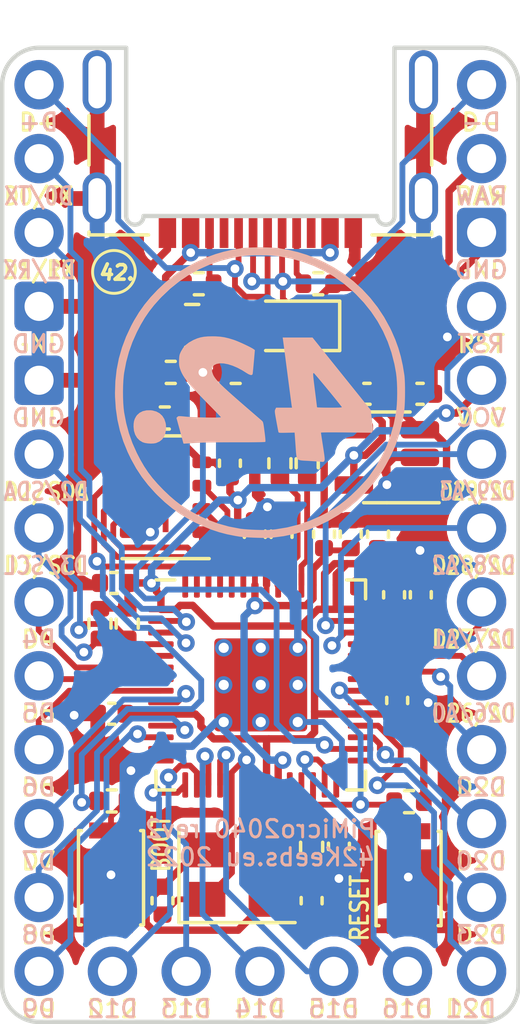
<source format=kicad_pcb>
(kicad_pcb (version 20211014) (generator pcbnew)
  (layers (0 "F.Cu" signal) (31 "B.Cu" signal) (34 "B.Paste" user) (35 "F.Paste" user) (36 "B.SilkS" user "B.Silkscreen") (37 "F.SilkS" user "F.Silkscreen") (38 "B.Mask" user) (39 "F.Mask" user) (44 "Edge.Cuts" user))
  (net 0 "")
  (net 1 "VBUS")
  (net 2 "+3V3")
  (net 3 "/XIN")
  (net 4 "Net-(C4-Pad1)")
  (net 5 "+1V1")
  (net 6 "GND")
  (net 7 "Net-(R1-Pad2)")
  (net 8 "Net-(R2-Pad2)")
  (net 9 "/USB_D-")
  (net 10 "/USB_D+")
  (net 11 "/XOUT")
  (net 12 "/QSPI_SS")
  (net 13 "/~{USB_BOOT}")
  (net 14 "/D2{slash}SDA")
  (net 15 "/D3{slash}SCL")
  (net 16 "/D4")
  (net 17 "/D5")
  (net 18 "/D6")
  (net 19 "/D7")
  (net 20 "/D8")
  (net 21 "/D9")
  (net 22 "/~{RESET}")
  (net 23 "/QSPI_SD3")
  (net 24 "/QSPI_SCLK")
  (net 25 "/QSPI_SD0")
  (net 26 "/QSPI_SD2")
  (net 27 "/QSPI_SD1")
  (net 34 "/D1{slash}RX")
  (net 35 "/D0{slash}TX")
  (net 38 "/D26{slash}A0")
  (net 39 "/D27{slash}A1")
  (net 40 "/D28{slash}A2")
  (net 41 "/D29{slash}A3")
  (net 42 "/D12")
  (net 43 "/D13")
  (net 44 "/D14")
  (net 45 "/D20")
  (net 46 "/D21")
  (net 47 "/D+")
  (net 48 "/D-")
  (net 49 "/D16")
  (net 50 "/D15")
  (net 53 "/D23")
  (net 54 "/D22")
  (net 56 "Net-(D1-Pad2)")
  (net 57 "/RAW")
  (net 58 "Net-(U1-Pad30)")
  (footprint "Resistor_SMD:R_0402_1005Metric" (layer "F.Cu") (at 127.9144 69.2658 -90)
    (fp_text reference "R3" hide)
    (fp_text value "27R" hide)
  )
  (footprint "Capacitor_SMD:C_0402_1005Metric" (layer "F.Cu") (at 130.906 73.787 90)
    (fp_text reference "C11" hide)
    (fp_text value "100n" hide)
  )
  (footprint "Capacitor_SMD:C_0402_1005Metric" (layer "F.Cu") (at 129.413 71.7042 90)
    (fp_text reference "C7" hide)
    (fp_text value "100n" hide)
  )
  (footprint "Capacitor_SMD:C_0402_1005Metric" (layer "F.Cu") (at 125.2524 69.2658 90)
    (fp_text reference "C5" hide)
    (fp_text value "100n" hide)
  )
  (footprint "Capacitor_SMD:C_0402_1005Metric" (layer "F.Cu") (at 121.1834 77.8764 180)
    (fp_text reference "C15" hide)
    (fp_text value "100n" hide)
  )
  (footprint "Resistor_SMD:R_0402_1005Metric" (layer "F.Cu") (at 120.7768 74.7776 90)
    (fp_text reference "R9" hide)
    (fp_text value "5.1k" hide)
  )
  (footprint "Capacitor_SMD:C_0402_1005Metric" (layer "F.Cu") (at 122.931 84.3026 90)
    (fp_text reference "C3" hide)
    (fp_text value "30p" hide)
  )
  (footprint "RP2040_minimal:RP2040-QFN-56" (layer "F.Cu") (at 126.3142 76.8858)
    (fp_text reference "U1" hide)
    (fp_text value "RP2040" hide)
  )
  (footprint "Resistor_SMD:R_0402_1005Metric" (layer "F.Cu") (at 126.9744 69.2658 -90)
    (fp_text reference "R4" hide)
    (fp_text value "27R" hide)
  )
  (footprint "42keebs:PinHeader_1x13_P2.54mm_Vertical_ProMicro-Right" (layer "F.Cu") (at 133.92 56.2522)
    (fp_text reference "J2" hide)
    (fp_text value "Right" hide)
  )
  (footprint "42keebs:PinHeader_1x13_P2.54mm_Vertical_ProMicro-Left" (layer "F.Cu") (at 118.68 56.2522)
    (fp_text reference "J1" hide)
    (fp_text value "Left" hide)
  )
  (footprint "Capacitor_SMD:C_0402_1005Metric" (layer "F.Cu") (at 129.9718 66.8782)
    (fp_text reference "C2" hide)
    (fp_text value "1u" hide)
  )
  (footprint "Resistor_SMD:R_0402_1005Metric" (layer "F.Cu") (at 124.1806 63.0936)
    (fp_text reference "R2" hide)
    (fp_text value "5.1K" hide)
  )
  (footprint "Capacitor_SMD:C_0402_1005Metric" (layer "F.Cu") (at 131.8006 66.8782)
    (fp_text reference "C1" hide)
    (fp_text value "1u" hide)
  )
  (footprint "Resistor_SMD:R_0402_1005Metric" (layer "F.Cu") (at 123.2154 66.1416 180)
    (fp_text reference "R11" hide)
    (fp_text value "5.1k" hide)
  )
  (footprint "42keebs:PinHeader_1x05_P2.54mm_Vertical_Plain" (layer "F.Cu") (at 121.207 86.7322 90)
    (fp_text reference "J3" hide)
    (fp_text value "Bottom" hide)
  )
  (footprint "Capacitor_SMD:C_0402_1005Metric" (layer "F.Cu") (at 121.2596 73.3806 180)
    (fp_text reference "C13" hide)
    (fp_text value "100n" hide)
  )
  (footprint "Resistor_SMD:R_0402_1005Metric" (layer "F.Cu") (at 125.4506 66.1416 180)
    (fp_text reference "R12" hide)
    (fp_text value "10k" hide)
  )
  (footprint "Capacitor_SMD:C_0402_1005Metric" (layer "F.Cu") (at 128.0668 84.3026 -90)
    (fp_text reference "C4" hide)
    (fp_text value "30p" hide)
  )
  (footprint "Diode_SMD:D_SOD-323F" (layer "F.Cu") (at 127.5334 64.5414 180)
    (fp_text reference "D1" hide)
    (fp_text value "1N5819WS" hide)
  )
  (footprint "Resistor_SMD:R_0402_1005Metric" (layer "F.Cu") (at 121.7168 74.7776 -90)
    (fp_text reference "R10" hide)
    (fp_text value "5.1k" hide)
  )
  (footprint "Capacitor_SMD:C_0402_1005Metric" (layer "F.Cu") (at 127.031 71.7042 90)
    (fp_text reference "C12" hide)
    (fp_text value "100n" hide)
  )
  (footprint "Resistor_SMD:R_0402_1005Metric" (layer "F.Cu") (at 131.4196 80.899 180)
    (fp_text reference "R8" hide)
    (fp_text value "10k" hide)
  )
  (footprint "Resistor_SMD:R_0402_1005Metric" (layer "F.Cu") (at 128.0668 82.4484 -90)
    (fp_text reference "R5" hide)
    (fp_text value "1k" hide)
  )
  (footprint "Resistor_SMD:R_0402_1005Metric" (layer "F.Cu") (at 121.1834 80.8736)
    (fp_text reference "R6" hide)
    (fp_text value "1k" hide)
  )
  (footprint "42keebs:USON-8_4x3mm_P0.8mm" (layer "F.Cu") (at 123.0376 70.4342)
    (fp_text reference "U2" hide)
    (fp_text value "W25Q32JWUUIQ" hide)
  )
  (footprint "Capacitor_SMD:C_0402_1005Metric" (layer "F.Cu") (at 128.493 71.7042 90)
    (fp_text reference "C6" hide)
    (fp_text value "1u" hide)
  )
  (footprint "Button_Switch_SMD:SW_SPST_CK_KXT3" (layer "F.Cu") (at 121.158 83.5139 -90)
    (fp_text reference "SW2" hide)
    (fp_text value "BOOT")
  )
  (footprint "Resistor_SMD:R_0402_1005Metric" (layer "F.Cu") (at 128.2954 63.0936 180)
    (fp_text reference "R1" hide)
    (fp_text value "5.1K" hide)
  )
  (footprint "Capacitor_SMD:C_0402_1005Metric" (layer "F.Cu") (at 131.0132 77.4192 90)
    (fp_text reference "C16" hide)
    (fp_text value "100n" hide)
  )
  (footprint "Capacitor_SMD:C_0402_1005Metric" (layer "F.Cu") (at 130.3528 71.7042 90)
    (fp_text reference "C9" hide)
    (fp_text value "1u" hide)
  )
  (footprint "Crystal:Crystal_SMD_3225-4Pin_3.2x2.5mm" (layer "F.Cu") (at 125.4964 83.406)
    (fp_text reference "Y1" hide)
    (fp_text value "X322512MSB4SI" hide)
  )
  (footprint "Capacitor_SMD:C_0402_1005Metric" (layer "F.Cu") (at 129.0066 82.435 -90)
    (fp_text reference "C8" hide)
    (fp_text value "100n" hide)
  )
  (footprint "Button_Switch_SMD:SW_SPST_CK_KXT3" (layer "F.Cu") (at 131.4042 83.5406 -90)
    (fp_text reference "SW1" hide)
    (fp_text value "RESET")
  )
  (footprint "Package_TO_SOT_SMD:SOT-23-5" (layer "F.Cu") (at 130.6576 69.0626 180)
    (fp_text reference "U3" hide)
    (fp_text value "TLV73333PDBVR" hide)
  )
  (footprint "Resistor_SMD:R_0402_1005Metric" (layer "F.Cu") (at 123.01 67.71 180)
    (fp_text reference "R7" hide)
    (fp_text value "10k" hide)
  )
  (footprint "Capacitor_SMD:C_0402_1005Metric" (layer "F.Cu") (at 131.826 73.787 90)
    (fp_text reference "C10" hide)
    (fp_text value "100n" hide)
  )
  (footprint "Capacitor_SMD:C_0402_1005Metric" (layer "F.Cu") (at 126.111 71.7042 90)
    (fp_text reference "C14" hide)
    (fp_text value "100n" hide)
  )
  (footprint "42keebs:Molex-216990_GCT-USB45xx_HRO-TYPE-C-31-M-13x-PiMicro" (layer "F.Cu") (at 126.3 54.982 180)
    (fp_text reference "USB1" hide)
    (fp_text value "HRO-TYPE-C-31-M-13" hide)
    (fp_line (start -4.02 -5.783) (end 4.02 -5.783) (layer "Edge.Cuts") (width 0.15))
    (fp_line (start 4.62 0) (end 7.62 0) (layer "Edge.Cuts") (width 0.15))
    (fp_line (start 4.62 -5.783) (end 4.62 0) (layer "Edge.Cuts") (width 0.15))
    (fp_line (start -7.62 0) (end -4.62 0) (layer "Edge.Cuts") (width 0.15))
    (fp_line (start -4.62 0) (end -4.62 -5.783) (layer "Edge.Cuts") (width 0.15))
    (fp_arc (start 4.02 -5.783) (mid 4.32 -6.083) (end 4.62 -5.783) (layer "Edge.Cuts") (width 0.15))
    (fp_arc (start -4.62 -5.783) (mid -4.32 -6.083) (end -4.02 -5.783) (layer "Edge.Cuts") (width 0.15))
  )
  (footprint "Resistor_SMD:R_0805_2012Metric" (layer "F.Cu") (at 123.952 64.5414)
    (fp_text reference "F1" hide)
    (fp_text value "350 mA" hide)
  )
  (footprint "42keebs:42Keebs-icon-10mm-SilkS" (layer "B.Cu") (at 126.3 66.8274 180)
    (fp_text reference "LOGO1" hide)
    (fp_text value "42. Keebs Logo" hide)
  )
  (gr_circle (center 121.2596 62.6872) (end 121.9962 62.6872) (layer "F.SilkS") (width 0.1) (fill none))
  (gr_arc (start 135.19 87.2) (mid 134.818026 88.098026) (end 133.92 88.47) (layer "Edge.Cuts") (width 0.15))
  (gr_arc (start 118.68 88.47) (mid 117.781974 88.098026) (end 117.41 87.2) (layer "Edge.Cuts") (width 0.15))
  (gr_arc (start 117.41 56.2525) (mid 117.781944 55.354298) (end 118.68 54.982) (layer "Edge.Cuts") (width 0.15))
  (gr_line (start 117.41 56.2525) (end 117.41 87.2) (layer "Edge.Cuts") (width 0.15))
  (gr_line (start 135.19 87.2) (end 135.19 56.2525) (layer "Edge.Cuts") (width 0.15))
  (gr_arc (start 133.92 54.982) (mid 134.818055 55.354298) (end 135.19 56.2525) (layer "Edge.Cuts") (width 0.15))
  (gr_line (start 118.68 88.47) (end 133.92 88.47) (layer "Edge.Cuts") (width 0.15))
  (gr_text "D27/A1" (at 133.646473 75.318341) (layer "B.SilkS") (effects (font (size 0.6 0.5) (thickness 0.1)) (justify mirror)))
  (gr_text "GND" (at 118.664365 67.699406) (layer "B.SilkS") (effects (font (size 0.6 0.6) (thickness 0.1)) (justify mirror)))
  (gr_text "D6" (at 118.664365 80.402767) (layer "B.SilkS") (effects (font (size 0.6 0.6) (thickness 0.1)) (justify mirror)))
  (gr_text "D29/A3" (at 133.775894 70.224671) (layer "B.SilkS") (effects (font (size 0.6 0.45) (thickness 0.1)) (justify mirror)))
  (gr_text "D7" (at 118.664365 82.94498) (layer "B.SilkS") (effects (font (size 0.6 0.6) (thickness 0.1)) (justify mirror)))
  (gr_text "D5" (at 118.664365 77.860554) (layer "B.SilkS") (effects (font (size 0.6 0.6) (thickness 0.1)) (justify mirror)))
  (gr_text "GND" (at 133.906992 62.619303) (layer "B.SilkS") (effects (font (size 0.6 0.6) (thickness 0.1)) (justify mirror)))
  (gr_text "D1/RX" (at 118.690044 62.622684) (layer "B.SilkS") (effects (font (size 0.6 0.5) (thickness 0.1)) (justify mirror)))
  (gr_text "D16" (at 131.360022 88.021702) (layer "B.SilkS") (effects (font (size 0.6 0.6) (thickness 0.1)) (justify mirror)))
  (gr_text "D22" (at 133.905316 80.402767) (layer "B.SilkS") (effects (font (size 0.6 0.6) (thickness 0.1)) (justify mirror)))
  (gr_text "D23" (at 133.902235 85.479489) (layer "B.SilkS") (effects (font (size 0.6 0.6) (thickness 0.1)) (justify mirror)))
  (gr_text "D0/TX" (at 118.667 60.085) (layer "B.SilkS") (effects (font (size 0.6 0.5) (thickness 0.1)) (justify mirror)))
  (gr_text "D26/A0" (at 133.646473 77.860554) (layer "B.SilkS") (effects (font (size 0.6 0.5) (thickness 0.1)) (justify mirror)))
  (gr_text "RST" (at 133.906992 65.161516) (layer "B.SilkS") (effects (font (size 0.6 0.6) (thickness 0.1)) (justify mirror)))
  (gr_text "D12" (at 121.206578 88.021702) (layer "B.SilkS") (effects (font (size 0.6 0.6) (thickness 0.1)) (justify mirror)))
  (gr_text "D-" (at 133.906992 57.541297) (layer "B.SilkS") (effects (font (size 0.6 0.6) (thickness 0.1)) (justify mirror)))
  (gr_text "PiMicro2040 rev2\n42Keebs.eu 2022" (at 126.3 82.3214) (layer "B.SilkS") (effects (font (size 0.6 0.6) (thickness 0.1)) (justify mirror)))
  (gr_text "VCC" (at 133.905316 67.700947) (layer "B.SilkS") (effects (font (size 0.6 0.6) (thickness 0.1)) (justify mirror)))
  (gr_text "D4" (at 118.664365 75.318341) (layer "B.SilkS") (effects (font (size 0.6 0.6) (thickness 0.1)) (justify mirror)))
  (gr_text "D20" (at 133.902235 82.94498) (layer "B.SilkS") (effects (font (size 0.6 0.6) (thickness 0.1)) (justify mirror)))
  (gr_text "D28/A2" (at 133.646473 72.776128) (layer "B.SilkS") (effects (font (size 0.6 0.5) (thickness 0.1)) (justify mirror)))
  (gr_text "D15" (at 128.825513 88.021702) (layer "B.SilkS") (effects (font (size 0.6 0.6) (thickness 0.1)) (justify mirror)))
  (gr_text "D3/SCL" (at 118.9228 72.785) (layer "B.SilkS") (effects (font (size 0.6 0.5) (thickness 0.1)) (justify mirror)))
  (gr_text "D13" (at 123.741087 88.021702) (layer "B.SilkS") (effects (font (size 0.6 0.6) (thickness 0.1)) (justify mirror)))
  (gr_text "D+" (at 118.664365 57.544678) (layer "B.SilkS") (effects (font (size 0.6 0.6) (thickness 0.1)) (justify mirror)))
  (gr_text "D8" (at 118.664365 85.479489) (layer "B.SilkS") (effects (font (size 0.6 0.6) (thickness 0.1)) (justify mirror)))
  (gr_text "RAW" (at 133.906992 60.083509) (layer "B.SilkS") (effects (font (size 0.6 0.6) (thickness 0.1)) (justify mirror)))
  (gr_text "D2/SDA" (at 118.918586 70.241619) (layer "B.SilkS") (effects (font (size 0.6 0.5) (thickness 0.1)) (justify mirror)))
  (gr_text "D9" (at 118.664365 88.021702) (layer "B.SilkS") (effects (font (size 0.6 0.6) (thickness 0.1)) (justify mirror)))
  (gr_text "GND" (at 118.664365 65.164897) (layer "B.SilkS") (effects (font (size 0.6 0.6) (thickness 0.1)) (justify mirror)))
  (gr_text "D14" (at 126.2833 88.021702) (layer "B.SilkS") (effects (font (size 0.6 0.6) (thickness 0.1)) (justify mirror)))
  (gr_text "D21" (at 133.547866 88.021702) (layer "B.SilkS") (effects (font (size 0.6 0.6) (thickness 0.1)) (justify mirror)))
  (gr_text "D13" (at 123.747 88.025) (layer "F.SilkS") (effects (font (size 0.6 0.6) (thickness 0.1))))
  (gr_text "D9" (at 118.667 88.025) (layer "F.SilkS") (effects (font (size 0.6 0.6) (thickness 0.1))))
  (gr_text "D-" (at 133.907 57.545) (layer "F.SilkS") (effects (font (size 0.6 0.6) (thickness 0.1))))
  (gr_text "D23" (at 133.907 85.485) (layer "F.SilkS") (effects (font (size 0.6 0.6) (thickness 0.1))))
  (gr_text "D28/A2" (at 133.6548 72.785) (layer "F.SilkS") (effects (font (size 0.6 0.5) (thickness 0.1))))
  (gr_text "D6" (at 118.667 80.405) (layer "F.SilkS") (effects (font (size 0.6 0.6) (thickness 0.1))))
  (gr_text "GND" (at 118.667 65.165) (layer "F.SilkS") (effects (font (size 0.6 0.6) (thickness 0.1))))
  (gr_text "D0/TX" (at 118.667 60.085) (layer "F.SilkS") (effects (font (size 0.6 0.5) (thickness 0.1))))
  (gr_text "RST" (at 133.907 65.165) (layer "F.SilkS") (effects (font (size 0.6 0.6) (thickness 0.1))))
  (gr_text "D20" (at 133.907 82.945) (layer "F.SilkS") (effects (font (size 0.6 0.6) (thickness 0.1))))
  (gr_text "42. " (at 121.539 62.7126) (layer "F.SilkS") (effects (font (size 0.5 0.5) (thickness 0.125) italic)))
  (gr_text "D12" (at 121.207 88.025) (layer "F.SilkS") (effects (font (size 0.6 0.6) (thickness 0.1))))
  (gr_text "D4" (at 118.667 75.325) (layer "F.SilkS") (effects (font (size 0.6 0.6) (thickness 0.1))))
  (gr_text "D3/SCL" (at 118.9228 72.785) (layer "F.SilkS") (effects (font (size 0.6 0.5) (thickness 0.1))))
  (gr_text "D15" (at 128.827 88.025) (layer "F.SilkS") (effects (font (size 0.6 0.6) (thickness 0.1))))
  (gr_text "D8" (at 118.667 85.485) (layer "F.SilkS") (effects (font (size 0.6 0.6) (thickness 0.1))))
  (gr_text "D+" (at 118.667 57.545) (layer "F.SilkS") (effects (font (size 0.6 0.6) (thickness 0.1))))
  (gr_text "RAW" (at 133.907 60.085) (layer "F.SilkS") (effects (font (size 0.6 0.6) (thickness 0.1))))
  (gr_text "D27/A1" (at 133.6548 75.325) (layer "F.SilkS") (effects (font (size 0.6 0.5) (thickness 0.1))))
  (gr_text "D1/RX" (at 118.6942 62.625) (layer "F.SilkS") (effects (font (size 0.6 0.5) (thickness 0.1))))
  (gr_text "D22" (at 133.907 80.405) (layer "F.SilkS") (effects (font (size 0.6 0.6) (thickness 0.1))))
  (gr_text "D26/A0" (at 133.6548 77.865) (layer "F.SilkS") (effects (font (size 0.6 0.5) (thickness 0.1))))
  (gr_text "D14" (at 126.287 88.025) (layer "F.SilkS") (effects (font (size 0.6 0.6) (thickness 0.1))))
  (gr_text "D5" (at 118.667 77.865) (layer "F.SilkS") (effects (font (size 0.6 0.6) (thickness 0.1))))
  (gr_text "D29/A3" (at 133.7818 70.231) (layer "F.SilkS") (effects (font (size 0.6 0.45) (thickness 0.1))))
  (gr_text "GND" (at 118.667 67.705) (layer "F.SilkS") (effects (font (size 0.6 0.6) (thickness 0.1))))
  (gr_text "VCC" (at 133.907 67.705) (layer "F.SilkS") (effects (font (size 0.6 0.6) (thickness 0.1))))
  (gr_text "D2/SDA" (at 118.9228 70.245) (layer "F.SilkS") (effects (font (size 0.6 0.5) (thickness 0.1))))
  (gr_text "D7" (at 118.667 82.945) (layer "F.SilkS") (effects (font (size 0.6 0.6) (thickness 0.1))))
  (gr_text "D16" (at 131.367 88.025) (layer "F.SilkS") (effects (font (size 0.6 0.6) (thickness 0.1))))
  (gr_text "D21" (at 133.5532 88.025) (layer "F.SilkS") (effects (font (size 0.6 0.6) (thickness 0.1))))
  (gr_text "GND" (at 133.907 62.625) (layer "F.SilkS") (effects (font (size 0.6 0.6) (thickness 0.1))))
  (segment (start 128.7 62.025) (end 128.7 61.465) (width 0.254) (layer "F.Cu") (net 1))
  (segment (start 123.0395 65.8075) (end 122.7054 66.1416) (width 0.254) (layer "F.Cu") (net 1))
  (segment (start 123.383 62.5196) (end 123.374471 62.5196) (width 0.254) (layer "F.Cu") (net 1))
  (segment (start 123.9 62.0256) (end 123.9 61.465) (width 0.254) (layer "F.Cu") (net 1))
  (segment (start 123.9012 62.0268) (end 123.9 62.0256) (width 0.254) (layer "F.Cu") (net 1))
  (segment (start 128.7018 62.0268) (end 128.7 62.025) (width 0.254) (layer "F.Cu") (net 1))
  (segment (start 123.9012 62.0268) (end 123.8758 62.0268) (width 0.254) (layer "F.Cu") (net 1))
  (segment (start 123.8758 62.0268) (end 123.383 62.5196) (width 0.254) (layer "F.Cu") (net 1))
  (segment (start 123.0395 64.5414) (end 123.0395 65.8075) (width 0.254) (layer "F.Cu") (net 1))
  (segment (start 123.0395 62.854571) (end 123.0395 64.5414) (width 0.254) (layer "F.Cu") (net 1))
  (segment (start 123.374471 62.5196) (end 123.0395 62.854571) (width 0.254) (layer "F.Cu") (net 1))
  (via (at 123.9012 62.0268) (size 0.6) (drill 0.3) (layers "F.Cu" "B.Cu") (net 1))
  (via (at 128.7018 62.0268) (size 0.6) (drill 0.3) (layers "F.Cu" "B.Cu") (net 1))
  (segment (start 128.7018 62.0268) (end 123.9012 62.0268) (width 0.254) (layer "B.Cu") (net 1))
  (segment (start 128.8634 74.2858) (end 129.7517 74.2858) (width 0.254) (layer "F.Cu") (net 2))
  (segment (start 129.7517 74.2858) (end 130.8928 74.2858) (width 0.254) (layer "F.Cu") (net 2))
  (segment (start 126.5938 78.7398) (end 127.935057 78.7398) (width 0.254) (layer "F.Cu") (net 2))
  (segment (start 124.693343 78.7398) (end 126.5938 78.7398) (width 0.254) (layer "F.Cu") (net 2))
  (segment (start 128.9142 73.4483) (end 128.9142 73.088) (width 0.254) (layer "F.Cu") (net 2))
  (segment (start 129.519542 66.8782) (end 130.4976 67.856258) (width 0.254) (layer "F.Cu") (net 2))
  (segment (start 124.681396 74.861396) (end 123.97 74.15) (width 0.254) (layer "F.Cu") (net 2))
  (segment (start 126.5137 78.8199) (end 126.5938 78.7398) (width 0.254) (layer "F.Cu") (net 2))
  (segment (start 124.7408 69.2342) (end 125.2524 69.7458) (width 0.254) (layer "F.Cu") (net 2))
  (segment (start 126.5142 72.6128) (end 126.0856 72.1842) (width 0.254) (layer "F.Cu") (net 2))
  (segment (start 132.700502 67.540722) (end 133.068478 67.540722) (width 0.254) (layer "F.Cu") (net 2))
  (segment (start 128.9142 74.235) (end 128.8634 74.2858) (width 0.2) (layer "F.Cu") (net 2))
  (segment (start 120.7768 74.2676) (end 121.7168 74.2676) (width 0.2) (layer "F.Cu") (net 2))
  (segment (start 124.252297 78.075097) (end 124.252297 78.298754) (width 0.254) (layer "F.Cu") (net 2))
  (segment (start 127.707341 74.861396) (end 124.681396 74.861396) (width 0.254) (layer "F.Cu") (net 2))
  (segment (start 128.8562 72.7182) (end 129.284 72.7182) (width 0.254) (layer "F.Cu") (net 2))
  (segment (start 124.2876 69.2342) (end 124.7408 69.2342) (width 0.254) (layer "F.Cu") (net 2))
  (segment (start 129.520684 68.992484) (end 129.5201 68.993068) (width 0.254) (layer "F.Cu") (net 2))
  (segment (start 129.8188 72.7182) (end 130.3528 72.1842) (width 0.254) (layer "F.Cu") (net 2))
  (segment (start 128.1682 78.506657) (end 128.1682 77.8) (width 0.254) (layer "F.Cu") (net 2))
  (segment (start 133.068478 67.540722) (end 133.907 66.7022) (width 0.254) (layer "F.Cu") (net 2))
  (segment (start 129.4918 66.8782) (end 129.519542 66.8782) (width 0.254) (layer "F.Cu") (net 2))
  (segment (start 127.707341 74.861396) (end 128.282937 74.2858) (width 0.254) (layer "F.Cu") (net 2))
  (segment (start 129.5201 68.993068) (end 129.5201 70.0126) (width 0.254) (layer "F.Cu") (net 2))
  (segment (start 128.282937 74.2858) (end 128.4824 74.2858) (width 0.254) (layer "F.Cu") (net 2))
  (segment (start 130.4976 67.856258) (end 130.4976 68.4098) (width 0.254) (layer "F.Cu") (net 2))
  (segment (start 126.5137 80.3228) (end 126.5137 78.8199) (width 0.254) (layer "F.Cu") (net 2))
  (segment (start 125.528828 70.530843) (end 125.2524 70.254415) (width 0.254) (layer "F.Cu") (net 2))
  (segment (start 130.9998 77.8858) (end 131.0132 77.8992) (width 0.254) (layer "F.Cu") (net 2))
  (segment (start 128.9142 73.088) (end 129.284 72.7182) (width 0.254) (layer "F.Cu") (net 2))
  (segment (start 126.9142 73.4483) (end 126.9142 72.6028) (width 0.254) (layer "F.Cu") (net 2))
  (segment (start 129.284 72.7182) (end 129.8188 72.7182) (width 0.254) (layer "F.Cu") (net 2))
  (segment (start 122.552447 73.389815) (end 122.722716 73.560084) (width 0.254) (layer "F.Cu") (net 2))
  (segment (start 130.8928 74.2858) (end 130.9116 74.267) (width 0.254) (layer "F.Cu") (net 2))
  (segment (start 129.7517 77.8858) (end 128.254 77.8858) (width 0.254) (layer "F.Cu") (net 2))
  (segment (start 126.0856 72.1842) (end 127 72.1842) (width 0.254) (layer "F.Cu") (net 2))
  (segment (start 131.9296 80.899) (end 131.9296 78.5496) (width 0.254) (layer "F.Cu") (net 2))
  (segment (start 128.5142 73.4483) (end 128.5142 73.0602) (width 0.254) (layer "F.Cu") (net 2))
  (segment (start 124.252297 78.298754) (end 124.693343 78.7398) (width 0.254) (layer "F.Cu") (net 2))
  (segment (start 127.935057 78.7398) (end 128.1682 78.506657) (width 0.254) (layer "F.Cu") (net 2))
  (segment (start 128.1682 75.264943) (end 127.764653 74.861396) (width 0.254) (layer "F.Cu") (net 2))
  (segment (start 128.9142 73.4483) (end 128.9142 74.235) (width 0.254) (layer "F.Cu") (net 2))
  (segment (start 123.5476 68.4942) (end 124.2876 69.2342) (width 0.254) (layer "F.Cu") (net 2))
  (segment (start 128.254 77.8858) (end 128.1682 77.8) (width 0.254) (layer "F.Cu") (net 2))
  (segment (start 123.4 74.29) (end 122.8809 74.29) (width 0.254) (layer "F.Cu") (net 2))
  (segment (start 130.4976 68.4098) (end 129.914916 68.992484) (width 0.254) (layer "F.Cu") (net 2))
  (segment (start 122.552447 73.389815) (end 122.543232 73.3806) (width 0.254) (layer "F.Cu") (net 2))
  (segment (start 129.7517 77.8858) (end 130.9998 77.8858) (width 0.254) (layer "F.Cu") (net 2))
  (segment (start 131.826 74.267) (end 130.9116 74.267) (width 0.254) (layer "F.Cu") (net 2))
  (segment (start 125.5206 71.6192) (end 126.0856 72.1842) (width 0.254) (layer "F.Cu") (net 2))
  (segment (start 128.5142 73.0602) (end 128.8562 72.7182) (width 0.254) (layer "F.Cu") (net 2))
  (segment (start 121.6728 77.8858) (end 121.6634 77.8764) (width 0.254) (layer "F.Cu") (net 2))
  (segment (start 126.9142 72.6028) (end 127 72.517) (width 0.254) (layer "F.Cu") (net 2))
  (segment (start 128.5142 74.254) (end 128.4824 74.2858) (width 0.254) (layer "F.Cu") (net 2))
  (segment (start 122.8767 73.830202) (end 122.8767 74.2858) (width 0.254) (layer "F.Cu") (net 2))
  (segment (start 127.764653 74.861396) (end 127.707341 74.861396) (width 0.254) (layer "F.Cu") (net 2))
  (segment (start 123.54 74.15) (end 123.4 74.29) (width 0.254) (layer "F.Cu") (net 2))
  (segment (start 123.97 74.15) (end 123.54 74.15) (width 0.254) (layer "F.Cu") (net 2))
  (segment (start 128.5142 73.4483) (end 128.5142 74.254) (width 0.254) (layer "F.Cu") (net 2))
  (segment (start 123.5476 67.7164) (end 123.5476 68.4942) (width 0.254) (layer "F.Cu") (net 2))
  (segment (start 125.2524 70.254415) (end 125.2524 69.7458) (width 0.254) (layer "F.Cu") (net 2))
  (segment (start 124.063 77.8858) (end 124.252297 78.075097) (width 0.254) (layer "F.Cu") (net 2))
  (segment (start 126.5142 73.4483) (end 126.5142 72.6128) (width 0.254) (layer "F.Cu") (net 2))
  (segment (start 121.7168 73.4034) (end 121.7396 73.3806) (width 0.2) (layer "F.Cu") (net 2))
  (segment (start 129.914916 68.992484) (end 129.520684 68.992484) (width 0.254) (layer "F.Cu") (net 2))
  (segment (start 127 72.517) (end 127 72.1842) (width 0.254) (layer "F.Cu") (net 2))
  (segment (start 128.4824 74.2858) (end 128.8634 74.2858) (width 0.254) (layer "F.Cu") (net 2))
  (segment (start 125.5206 70.539071) (end 125.5206 71.6192) (width 0.254) (layer "F.Cu") (net 2))
  (segment (start 122.722716 73.676218) (end 122.8767 73.830202) (width 0.254) (layer "F.Cu") (net 2))
  (segment (start 133.907 66.7022) (end 133.907 66.4122) (width 0.254) (layer "F.Cu") (net 2))
  (segment (start 122.722716 73.560084) (end 122.722716 73.676218) (width 0.254) (layer "F.Cu") (net 2))
  (segment (start 122.8767 77.8858) (end 124.063 77.8858) (width 0.254) (layer "F.Cu") (net 2))
  (segment (start 121.7168 74.2676) (end 121.7168 73.4034) (width 0.2) (layer "F.Cu") (net 2))
  (segment (start 128.1682 77.8) (end 128.1682 75.264943) (width 0.254) (layer "F.Cu") (net 2))
  (segment (start 126.5142 80.3233) (end 126.5137 80.3228) (width 0.254) (layer "F.Cu") (net 2))
  (segment (start 131.2792 77.8992) (end 131.0132 77.8992) (width 0.254) (layer "F.Cu") (net 2))
  (segment (start 122.543232 73.3806) (end 121.7396 73.3806) (width 0.254) (layer "F.Cu") (net 2))
  (segment (start 122.8767 77.8858) (end 121.6728 77.8858) (width 0.254) (layer "F.Cu") (net 2))
  (segment (start 131.9296 78.5496) (end 131.2792 77.8992) (width 0.254) (layer "F.Cu") (net 2))
  (segment (start 125.528828 70.530843) (end 125.5206 70.539071) (width 0.254) (layer "F.Cu") (net 2))
  (via (at 132.700502 67.540722) (size 0.6) (drill 0.3) (layers "F.Cu" "B.Cu") (net 2))
  (via (at 122.552447 73.389815) (size 0.6) (drill 0.3) (layers "F.Cu" "B.Cu") (net 2))
  (via (at 129.520684 68.992484) (size 0.6) (drill 0.3) (layers "F.Cu" "B.Cu") (net 2))
  (via (at 125.528828 70.530843) (size 0.6) (drill 0.3) (layers "F.Cu" "B.Cu") (net 2))
  (segment (start 122.552447 72.875153) (end 122.552447 73.389815) (width 0.254) (layer "B.Cu") (net 2))
  (segment (start 132.382678 67.540722) (end 131.7752 68.1482) (width 0.254) (layer "B.Cu") (net 2))
  (segment (start 128.397 70.104) (end 125.955671 70.104) (width 0.254) (layer "B.Cu") (net 2))
  (segment (start 125.528828 70.530843) (end 124.896757 70.530843) (width 0.254) (layer "B.Cu") (net 2))
  (segment (start 129.508516 68.992484) (end 128.397 70.104) (width 0.254) (layer "B.Cu") (net 2))
  (segment (start 132.700502 67.540722) (end 132.382678 67.540722) (width 0.254) (layer "B.Cu") (net 2))
  (segment (start 129.520684 68.992484) (end 129.508516 68.992484) (width 0.254) (layer "B.Cu") (net 2))
  (segment (start 124.896757 70.530843) (end 122.552447 72.875153) (width 0.254) (layer "B.Cu") (net 2))
  (segment (start 131.7752 68.1482) (end 130.364968 68.1482) (width 0.254) (layer "B.Cu") (net 2))
  (segment (start 125.955671 70.104) (end 125.528828 70.530843) (width 0.254) (layer "B.Cu") (net 2))
  (segment (start 130.364968 68.1482) (end 129.520684 68.992484) (width 0.254) (layer "B.Cu") (net 2))
  (segment (start 125.7142 80.3233) (end 125.7142 81.700648) (width 0.2) (layer "F.Cu") (net 3))
  (segment (start 124.405 84.256) (end 124.3964 84.256) (width 0.2) (layer "F.Cu") (net 3))
  (segment (start 123.4576 84.256) (end 122.931 84.7826) (width 0.2) (layer "F.Cu") (net 3))
  (segment (start 124.3964 84.256) (end 123.4576 84.256) (width 0.2) (layer "F.Cu") (net 3))
  (segment (start 125.7142 81.700648) (end 125.3234 82.091448) (width 0.2) (layer "F.Cu") (net 3))
  (segment (start 125.3234 83.3376) (end 124.405 84.256) (width 0.2) (layer "F.Cu") (net 3))
  (segment (start 125.3234 82.091448) (end 125.3234 83.3376) (width 0.2) (layer "F.Cu") (net 3))
  (segment (start 127.6644 82.556) (end 128.0668 82.9584) (width 0.2) (layer "F.Cu") (net 4))
  (segment (start 126.5964 82.556) (end 127.6644 82.556) (width 0.2) (layer "F.Cu") (net 4))
  (segment (start 128.0668 83.8226) (end 128.0668 82.9584) (width 0.2) (layer "F.Cu") (net 4))
  (segment (start 126.9142 80.3233) (end 126.9142 79.6248) (width 0.254) (layer "F.Cu") (net 5))
  (segment (start 126.1142 74.159146) (end 127.870775 74.159146) (width 0.254) (layer "F.Cu") (net 5))
  (segment (start 126.9142 80.3233) (end 126.9142 80.8386) (width 0.254) (layer "F.Cu") (net 5))
  (segment (start 126.1142 74.159146) (end 126.1142 73.4483) (width 0.254) (layer "F.Cu") (net 5))
  (segment (start 127.870775 74.159146) (end 128.1142 73.915721) (width 0.254) (layer "F.Cu") (net 5))
  (segment (start 128.1142 73.915721) (end 128.1142 73.4483) (width 0.254) (layer "F.Cu") (net 5))
  (segment (start 127.4318 81.3562) (end 128.4078 81.3562) (width 0.254) (layer "F.Cu") (net 5))
  (segment (start 126.9142 79.6248) (end 127.0677 79.4713) (width 0.254) (layer "F.Cu") (net 5))
  (segment (start 128.493 72.2604) (end 129.413 72.2604) (width 0.2) (layer "F.Cu") (net 5))
  (segment (start 128.4078 81.3562) (end 129.0066 81.955) (width 0.254) (layer "F.Cu") (net 5))
  (segment (start 128.493 72.52048) (end 128.493 72.1842) (width 0.254) (layer "F.Cu") (net 5))
  (segment (start 126.9142 80.8386) (end 127.4318 81.3562) (width 0.254) (layer "F.Cu") (net 5))
  (segment (start 128.1142 72.89928) (end 128.493 72.52048) (width 0.254) (layer "F.Cu") (net 5))
  (segment (start 128.1142 73.4483) (end 128.1142 72.89928) (width 0.254) (layer "F.Cu") (net 5))
  (via (at 126.1142 74.159146) (size 0.6) (drill 0.3) (layers "F.Cu" "B.Cu") (net 5))
  (via (at 127.0677 79.4713) (size 0.6) (drill 0.3) (layers "F.Cu" "B.Cu") (net 5))
  (segment (start 126.618061 79.4713) (end 126.207703 79.060942) (width 0.254) (layer "B.Cu") (net 5))
  (segment (start 126.207703 79.060942) (end 126.207703 79.058312) (width 0.254) (layer "B.Cu") (net 5))
  (segment (start 125.74 78.590609) (end 125.74 74.533346) (width 0.254) (layer "B.Cu") (net 5))
  (segment (start 125.74 74.533346) (end 126.1142 74.159146) (width 0.254) (layer "B.Cu") (net 5))
  (segment (start 127.0677 79.4713) (end 126.618061 79.4713) (width 0.254) (layer "B.Cu") (net 5))
  (segment (start 126.207703 79.058312) (end 125.74 78.590609) (width 0.254) (layer "B.Cu") (net 5))
  (segment (start 124.1976 82.556) (end 122.931 83.8226) (width 0.254) (layer "F.Cu") (net 6))
  (segment (start 126.1364 68.9464) (end 125.9758 68.7858) (width 0.254) (layer "F.Cu") (net 6))
  (segment (start 125.3142 79.894063) (end 125.3142 80.3233) (width 0.2) (layer "F.Cu") (net 6))
  (segment (start 123.1 61.315) (end 123.1 61.9136) (width 0.254) (layer "F.Cu") (net 6))
  (segment (start 124.3964 82.556) (end 124.1976 82.556) (width 0.254) (layer "F.Cu") (net 6))
  (segment (start 128.0922 63.8068) (end 128.8054 63.0936) (width 0.254) (layer "F.Cu") (net 6))
  (segment (start 132.2806 63.6042) (end 133.92 61.9648) (width 0.254) (layer "F.Cu") (net 6))
  (segment (start 123.6706 63.5488) (end 123.952 63.8302) (width 0.254) (layer "F.Cu") (net 6))
  (segment (start 131.7951 69.0626) (end 130.9116 69.0626) (width 0.254) (layer "F.Cu") (net 6))
  (segment (start 128.4986 68.0212) (end 128.0922 67.6148) (width 0.254) (layer "F.Cu") (net 6))
  (segment (start 122.931 83.8226) (end 122.367 84.3866) (width 0.254) (layer "F.Cu") (net 6))
  (segment (start 133.92 61.9648) (end 133.92 61.3322) (width 0.254) (layer "F.Cu") (net 6))
  (segment (start 123.952 63.8302) (end 123.952 65.151) (width 0.254) (layer "F.Cu") (net 6))
  (segment (start 131.5238 76.9392) (end 132.08 77.4954) (width 0.2) (layer "F.Cu") (net 6))
  (segment (start 127.5402 84.256) (end 128.0668 84.7826) (width 0.254) (layer "F.Cu") (net 6))
  (segment (start 122.5978 85.3166) (end 125.5358 85.3166) (width 0.254) (layer "F.Cu") (net 6))
  (segment (start 125.3142 81.6382) (end 124.3964 82.556) (width 0.2) (layer "F.Cu") (net 6))
  (segment (start 130.8786 67.698442) (end 130.8786 69.0956) (width 0.254) (layer "F.Cu") (net 6))
  (segment (start 126.5428 70.7644) (end 126.5428 70.767) (width 0.254) (layer "F.Cu") (net 6))
  (segment (start 126.5428 70.767) (end 126.0856 71.2242) (width 0.254) (layer "F.Cu") (net 6))
  (segment (start 123.6706 63.0936) (end 123.6706 63.5488) (width 0.254) (layer "F.Cu") (net 6))
  (segment (start 125.5358 85.3166) (end 126.5964 84.256) (width 0.254) (layer "F.Cu") (net 6))
  (segment (start 126.1364 70.358) (end 126.1364 68.9464) (width 0.254) (layer "F.Cu") (net 6))
  (segment (start 130.6576 70.0024) (end 130.6576 70.4596) (width 0.254) (layer "F.Cu") (net 6))
  (segment (start 130.9116 69.0626) (end 130.8786 69.0956) (width 0.254) (layer "F.Cu") (net 6))
  (segment (start 128.0922 67.6148) (end 128.0922 63.8068) (width 0.254) (layer "F.Cu") (net 6))
  (segment (start 131.0132 76.9392) (end 131.5238 76.9392) (width 0.2) (layer "F.Cu") (net 6))
  (segment (start 122.367 85.0858) (end 122.5978 85.3166) (width 0.254) (layer "F.Cu") (net 6))
  (segment (start 125.3142 80.3233) (end 125.3142 81.6382) (width 0.2) (layer "F.Cu") (net 6))
  (segment (start 122.511099 71.6349) (end 122.510399 71.6342) (width 0.2) (layer "F.Cu") (net 6))
  (segment (start 124.3686 65.5676) (end 125.3866 65.5676) (width 0.254) (layer "F.Cu") (net 6))
  (segment (start 125.3866 65.5676) (end 125.9606 66.1416) (width 0.254) (layer "F.Cu") (net 6))
  (segment (start 132.2806 66.8782) (end 132.2806 63.6042) (width 0.254) (layer "F.Cu") (net 6))
  (segment (start 128.493 71.2242) (end 128.4986 71.2186) (width 0.254) (layer "F.Cu") (net 6))
  (segment (start 123.1 61.9136) (end 122.301 62.7126) (width 0.254) (layer "F.Cu") (net 6))
  (segment (start 130.8786 69.0956) (end 130.6576 69.3166) (width 0.254) (layer "F.Cu") (net 6))
  (segment (start 130.6576 69.3166) (end 130.6576 70.0024) (width 0.254) (layer "F.Cu") (net 6))
  (segment (start 126.5428 70.767) (end 127 71.2242) (width 0.254) (layer "F.Cu") (net 6))
  (segment (start 126.5964 84.256) (end 127.5402 84.256) (width 0.254) (layer "F.Cu") (net 6))
  (segment (start 130.6576 70.4596) (end 130.3528 70.7644) (width 0.254) (layer "F.Cu") (net 6))
  (segment (start 126.5428 70.7644) (end 126.1364 70.358) (width 0.254) (layer "F.Cu") (net 6))
  (segment (start 130.3528 70.7644) (end 130.3528 71.2242) (width 0.254) (layer "F.Cu") (net 6))
  (segment (start 123.952 65.151) (end 124.3686 65.5676) (width 0.254) (layer "F.Cu") (net 6))
  (segment (start 130.4518 66.8782) (end 130.4518 67.271642) (width 0.254) (layer "F.Cu") (net 6))
  (segment (start 125.9758 68.7858) (end 125.2524 68.7858) (width 0.254) (layer "F.Cu") (net 6))
  (segment (start 125.744846 79.463417) (end 125.3142 79.894063) (width 0.2) (layer "F.Cu") (net 6))
  (segment (start 125.826703 79.463417) (end 125.744846 79.463417) (width 0.2) (layer "F.Cu") (net 6))
  (segment (start 130.4518 67.271642) (end 130.8786 67.698442) (width 0.254) (layer "F.Cu") (net 6))
  (segment (start 122.367 84.3866) (end 122.367 85.0858) (width 0.254) (layer "F.Cu") (net 6))
  (segment (start 122.510399 71.6342) (end 121.7876 71.6342) (width 0.2) (layer "F.Cu") (net 6))
  (segment (start 128.4986 71.2186) (end 128.4986 68.0212) (width 0.254) (layer "F.Cu") (net 6))
  (via (at 131.8006 72.263) (size 0.6) (drill 0.3) (layers "F.Cu" "B.Cu") (net 6))
  (via (at 130.6576 70.0024) (size 0.6) (drill 0.3) (layers "F.Cu" "B.Cu") (net 6))
  (via (at 131.3942 83.4898) (size 0.6) (drill 0.3) (layers "F.Cu" "B.Cu") (net 6))
  (via (at 132.08 77.4954) (size 0.6) (drill 0.3) (layers "F.Cu" "B.Cu") (net 6))
  (via (at 121.158 83.4136) (size 0.6) (drill 0.3) (layers "F.Cu" "B.Cu") (net 6))
  (via (at 129.0066 83.5406) (size 0.6) (drill 0.3) (layers "F.Cu" "B.Cu") (net 6))
  (via (at 122.511099 71.6349) (size 0.6) (drill 0.3) (layers "F.Cu" "B.Cu") (net 6))
  (via (at 119.888 77.9272) (size 0.6) (drill 0.3) (layers "F.Cu" "B.Cu") (net 6))
  (via (at 126.5428 70.7644) (size 0.6) (drill 0.3) (layers "F.Cu" "B.Cu") (net 6))
  (via (at 125.826703 79.463417) (size 0.6) (drill 0.3) (layers "F.Cu" "B.Cu") (net 6))
  (via (at 121.8438 79.8322) (size 0.6) (drill 0.3) (layers "F.Cu" "B.Cu") (net 6))
  (via (at 132.7404 64.9224) (size 0.6) (drill 0.3) (layers "F.Cu" "B.Cu") (net 6))
  (segment (start 125.0392 78.428625) (end 125.0392 78.1608) (width 0.254) (layer "B.Cu") (net 6))
  (segment (start 122.2248 79.8322) (end 123.0637 78.9933) (width 0.254) (layer "B.Cu") (net 6))
  (segment (start 123.9527 78.9933) (end 124.7852 78.1608) (width 0.254) (layer "B.Cu") (net 6))
  (segment (start 123.0637 78.9933) (end 123.9527 78.9933) (width 0.254) (layer "B.Cu") (net 6))
  (segment (start 121.8438 79.8322) (end 122.2248 79.8322) (width 0.254) (layer "B.Cu") (net 6))
  (segment (start 128.471216 78.1608) (end 129.11 78.799584) (width 0.2) (layer "B.Cu") (net 6))
  (segment (start 127.5892 73.8174) (end 126.746 72.9742) (width 0.254) (layer "B.Cu") (net 6))
  (segment (start 125.826703 79.463417) (end 125.826703 79.216128) (width 0.254) (layer "B.Cu") (net 6))
  (segment (start 127.5892 78.1608) (end 128.471216 78.1608) (width 0.2) (layer "B.Cu") (net 6))
  (segment (start 127.5892 75.6108) (end 127.5892 73.8174) (width 0.254) (layer "B.Cu") (net 6))
  (segment (start 129.11 78.799584) (end 129.11 80.17) (width 0.2) (layer "B.Cu") (net 6))
  (segment (start 125.826703 79.216128) (end 125.0392 78.428625) (width 0.254) (layer "B.Cu") (net 6))
  (segment (start 124.7852 78.1608) (end 125.0392 78.1608) (width 0.254) (layer "B.Cu") (net 6))
  (segment (start 127.55 61.315) (end 127.55 62.742109) (width 0.2) (layer "F.Cu") (net 7))
  (segment (start 127.7854 62.977509) (end 127.7854 63.0936) (width 0.2) (layer "F.Cu") (net 7))
  (segment (start 127.55 62.742109) (end 127.7854 62.977509) (width 0.2) (layer "F.Cu") (net 7))
  (segment (start 124.55 62.953) (end 124.6906 63.0936) (width 0.2) (layer "F.Cu") (net 8))
  (segment (start 124.55 61.315) (end 124.55 62.953) (width 0.2) (layer "F.Cu") (net 8))
  (segment (start 127.9112 69.779) (end 127.9112 72.601648) (width 0.2) (layer "F.Cu") (net 9))
  (segment (start 127.9112 72.601648) (end 127.7142 72.798648) (width 0.2) (layer "F.Cu") (net 9))
  (segment (start 127.7142 72.798648) (end 127.7142 73.4483) (width 0.2) (layer "F.Cu") (net 9))
  (segment (start 127.5842 70.3834) (end 127.5842 72.4662) (width 0.2) (layer "F.Cu") (net 10))
  (segment (start 126.9766 69.7758) (end 127.5842 70.3834) (width 0.2) (layer "F.Cu") (net 10))
  (segment (start 127.5842 72.4662) (end 127.3142 72.7362) (width 0.2) (layer "F.Cu") (net 10))
  (segment (start 126.9746 69.7758) (end 126.9766 69.7758) (width 0.2) (layer "F.Cu") (net 10))
  (segment (start 127.3142 72.7362) (end 127.3142 73.4483) (width 0.2) (layer "F.Cu") (net 10))
  (segment (start 126.1142 80.752537) (end 127.071863 81.7102) (width 0.2) (layer "F.Cu") (net 11))
  (segment (start 126.1142 80.3233) (end 126.1142 80.752537) (width 0.2) (layer "F.Cu") (net 11))
  (segment (start 127.8386 81.7102) (end 128.0668 81.9384) (width 0.2) (layer "F.Cu") (net 11))
  (segment (start 127.071863 81.7102) (end 127.8386 81.7102) (width 0.2) (layer "F.Cu") (net 11))
  (segment (start 123.51296 72.8154) (end 123.7142 73.01664) (width 0.2) (layer "F.Cu") (net 12))
  (segment (start 123.7142 73.01664) (end 123.7142 73.4483) (width 0.2) (layer "F.Cu") (net 12))
  (segment (start 120.853984 72.8154) (end 123.51296 72.8154) (width 0.2) (layer "F.Cu") (net 12))
  (segment (start 120.5816 72.543016) (end 120.5816 70.4402) (width 0.2) (layer "F.Cu") (net 12))
  (segment (start 120.1489 80.9244) (end 120.1997 80.8736) (width 0.2) (layer "F.Cu") (net 12))
  (segment (start 120.1997 80.8736) (end 120.6734 80.8736) (width 0.2) (layer "F.Cu") (net 12))
  (segment (start 120.5816 70.4402) (end 121.7876 69.2342) (width 0.2) (layer "F.Cu") (net 12))
  (segment (start 122.5276 67.7164) (end 122.5276 68.4942) (width 0.2) (layer "F.Cu") (net 12))
  (segment (start 120.6765 72.637916) (end 120.5816 72.543016) (width 0.2) (layer "F.Cu") (net 12))
  (segment (start 120.6765 72.637916) (end 120.853984 72.8154) (width 0.2) (layer "F.Cu") (net 12))
  (segment (start 122.5276 68.4942) (end 121.7876 69.2342) (width 0.2) (layer "F.Cu") (net 12))
  (via (at 120.6765 72.637916) (size 0.6) (drill 0.3) (layers "F.Cu" "B.Cu") (net 12))
  (via (at 120.1489 80.9244) (size 0.6) (drill 0.3) (layers "F.Cu" "B.Cu") (net 12))
  (segment (start 120.1489 79.286652) (end 120.1489 80.9244) (width 0.2) (layer "B.Cu") (net 12))
  (segment (start 120.6765 72.637916) (end 120.876 72.837416) (width 0.2) (layer "B.Cu") (net 12))
  (segment (start 121.721791 77.713761) (end 120.1489 79.286652) (width 0.2) (layer "B.Cu") (net 12))
  (segment (start 124.264914 77.405552) (end 123.956705 77.713761) (width 0.2) (layer "B.Cu") (net 12))
  (segment (start 122.4736 74.9236) (end 124.264914 76.714914) (width 0.2) (layer "B.Cu") (net 12))
  (segment (start 120.876 72.837416) (end 120.876 73.846003) (width 0.2) (layer "B.Cu") (net 12))
  (segment (start 120.876 73.846003) (end 121.953597 74.9236) (width 0.2) (layer "B.Cu") (net 12))
  (segment (start 124.264914 76.714914) (end 124.264914 77.405552) (width 0.2) (layer "B.Cu") (net 12))
  (segment (start 121.953597 74.9236) (end 122.4736 74.9236) (width 0.2) (layer "B.Cu") (net 12))
  (segment (start 123.956705 77.713761) (end 121.721791 77.713761) (width 0.2) (layer "B.Cu") (net 12))
  (segment (start 121.158 81.8889) (end 121.158 81.409) (width 0.2) (layer "F.Cu") (net 13))
  (segment (start 121.158 81.409) (end 121.6934 80.8736) (width 0.2) (layer "F.Cu") (net 13))
  (segment (start 121.915 75.4858) (end 121.7168 75.2876) (width 0.2) (layer "F.Cu") (net 14))
  (segment (start 120.051755 74.998865) (end 120.26002 74.7906) (width 0.2) (layer "F.Cu") (net 14))
  (segment (start 121.2198 74.7906) (end 121.7168 75.2876) (width 0.2) (layer "F.Cu") (net 14))
  (segment (start 120.26002 74.7906) (end 121.2198 74.7906) (width 0.2) (layer "F.Cu") (net 14))
  (segment (start 122.8767 75.4858) (end 121.915 75.4858) (width 0.2) (layer "F.Cu") (net 14))
  (via (at 120.051755 74.998865) (size 0.6) (drill 0.3) (layers "F.Cu" "B.Cu") (net 14))
  (segment (start 120.088 73.422952) (end 119.761 73.095952) (width 0.2) (layer "B.Cu") (net 14))
  (segment (start 119.761 73.095952) (end 119.761 70.0462) (width 0.2) (layer "B.Cu") (net 14))
  (segment (start 120.051755 74.998865) (end 120.088 74.96262) (width 0.2) (layer "B.Cu") (net 14))
  (segment (start 120.088 74.96262) (end 120.088 73.422952) (width 0.2) (layer "B.Cu") (net 14))
  (segment (start 119.761 70.0462) (end 118.667 68.9522) (width 0.2) (layer "B.Cu") (net 14))
  (segment (start 120.3051 75.7593) (end 120.7768 75.2876) (width 0.2) (layer "F.Cu") (net 15))
  (segment (start 121.375 75.8858) (end 120.7768 75.2876) (width 0.2) (layer "F.Cu") (net 15))
  (segment (start 120.222192 75.7593) (end 120.3051 75.7593) (width 0.2) (layer "F.Cu") (net 15))
  (segment (start 122.8767 75.8858) (end 121.375 75.8858) (width 0.2) (layer "F.Cu") (net 15))
  (via (at 120.222192 75.7593) (size 0.6) (drill 0.3) (layers "F.Cu" "B.Cu") (net 15))
  (segment (start 119.4562 75.1962) (end 119.4562 74.849129) (width 0.2) (layer "B.Cu") (net 15))
  (segment (start 118.667 72.4644) (end 118.667 71.4922) (width 0.2) (layer "B.Cu") (net 15))
  (segment (start 119.761 74.544329) (end 119.761 73.5584) (width 0.2) (layer "B.Cu") (net 15))
  (segment (start 120.222192 75.7593) (end 120.0193 75.7593) (width 0.2) (layer "B.Cu") (net 15))
  (segment (start 119.4562 74.849129) (end 119.761 74.544329) (width 0.2) (layer "B.Cu") (net 15))
  (segment (start 120.0193 75.7593) (end 119.4562 75.1962) (width 0.2) (layer "B.Cu") (net 15))
  (segment (start 119.761 73.5584) (end 118.667 72.4644) (width 0.2) (layer "B.Cu") (net 15))
  (segment (start 118.667 75.0044) (end 118.667 74.0322) (width 0.2) (layer "F.Cu") (net 16))
  (segment (start 119.9484 76.2858) (end 118.667 75.0044) (width 0.2) (layer "F.Cu") (net 16))
  (segment (start 122.8767 76.2858) (end 119.9484 76.2858) (width 0.2) (layer "F.Cu") (net 16))
  (segment (start 122.8767 76.6858) (end 118.7806 76.6858) (width 0.2) (layer "F.Cu") (net 17))
  (segment (start 118.7806 76.6858) (end 118.667 76.5722) (width 0.2) (layer "F.Cu") (net 17))
  (segment (start 119.7134 77.0858) (end 118.667 78.1322) (width 0.2) (layer "F.Cu") (net 18))
  (segment (start 118.667 78.1322) (end 118.667 79.1122) (width 0.2) (layer "F.Cu") (net 18))
  (segment (start 122.8767 77.0858) (end 119.7134 77.0858) (width 0.2) (layer "F.Cu") (net 18))
  (segment (start 123.737914 77.187261) (end 123.439375 77.4858) (width 0.2) (layer "F.Cu") (net 19))
  (segment (start 123.439375 77.4858) (end 122.8767 77.4858) (width 0.2) (layer "F.Cu") (net 19))
  (via (at 123.737914 77.187261) (size 0.6) (drill 0.3) (layers "F.Cu" "B.Cu") (net 19))
  (segment (start 119.7864 79.186704) (end 119.7864 80.5328) (width 0.2) (layer "B.Cu") (net 19))
  (segment (start 119.7864 80.5328) (end 118.667 81.6522) (width 0.2) (layer "B.Cu") (net 19))
  (segment (start 123.737914 77.187261) (end 123.538414 77.386761) (width 0.2) (layer "B.Cu") (net 19))
  (segment (start 123.538414 77.386761) (end 121.586343 77.386761) (width 0.2) (layer "B.Cu") (net 19))
  (segment (start 121.586343 77.386761) (end 119.7864 79.186704) (width 0.2) (layer "B.Cu") (net 19))
  (segment (start 123.698297 78.4393) (end 123.544797 78.2858) (width 0.2) (layer "F.Cu") (net 20))
  (segment (start 123.544797 78.2858) (end 122.8767 78.2858) (width 0.2) (layer "F.Cu") (net 20))
  (via (at 123.698297 78.4393) (size 0.6) (drill 0.3) (layers "F.Cu" "B.Cu") (net 20))
  (segment (start 121.857239 78.040761) (end 120.6754 79.2226) (width 0.2) (layer "B.Cu") (net 20))
  (segment (start 120.6754 81.2038) (end 118.667 83.2122) (width 0.2) (layer "B.Cu") (net 20))
  (segment (start 123.299758 78.040761) (end 121.857239 78.040761) (width 0.2) (layer "B.Cu") (net 20))
  (segment (start 118.667 83.2122) (end 118.667 84.1922) (width 0.2) (layer "B.Cu") (net 20))
  (segment (start 123.698297 78.4393) (end 123.299758 78.040761) (width 0.2) (layer "B.Cu") (net 20))
  (segment (start 120.6754 79.2226) (end 120.6754 81.2038) (width 0.2) (layer "B.Cu") (net 20))
  (segment (start 122.069367 78.573217) (end 122.18195 78.6858) (width 0.2) (layer "F.Cu") (net 21))
  (segment (start 122.18195 78.6858) (end 122.8767 78.6858) (width 0.2) (layer "F.Cu") (net 21))
  (via (at 122.069367 78.573217) (size 0.6) (drill 0.3) (layers "F.Cu" "B.Cu") (net 21))
  (segment (start 121.0024 81.339248) (end 119.761 82.580648) (width 0.2) (layer "B.Cu") (net 21))
  (segment (start 121.0024 79.4036) (end 121.0024 81.339248) (width 0.2) (layer "B.Cu") (net 21))
  (segment (start 119.761 82.580648) (end 119.761 85.6488) (width 0.2) (layer "B.Cu") (net 21))
  (segment (start 122.069367 78.573217) (end 121.832783 78.573217) (width 0.2) (layer "B.Cu") (net 21))
  (segment (start 119.761 85.6488) (end 118.6776 86.7322) (width 0.2) (layer "B.Cu") (net 21))
  (segment (start 121.832783 78.573217) (end 121.0024 79.4036) (width 0.2) (layer "B.Cu") (net 21))
  (segment (start 128.1142 80.3233) (end 128.1142 80.9464) (width 0.2) (layer "F.Cu") (net 22))
  (segment (start 131.3942 81.9156) (end 131.3942 81.3836) (width 0.2) (layer "F.Cu") (net 22))
  (segment (start 130.8064 81.0022) (end 130.9096 80.899) (width 0.2) (layer "F.Cu") (net 22))
  (segment (start 128.1142 80.9464) (end 128.17 81.0022) (width 0.2) (layer "F.Cu") (net 22))
  (segment (start 131.3942 81.3836) (end 130.9096 80.899) (width 0.2) (layer "F.Cu") (net 22))
  (segment (start 128.17 81.0022) (end 130.8064 81.0022) (width 0.2) (layer "F.Cu") (net 22))
  (via (at 129.75 81) (size 0.6) (drill 0.3) (layers "F.Cu" "B.Cu") (net 22))
  (segment (start 132.7404 66.04) (end 132.7404 66.804255) (width 0.2) (layer "B.Cu") (net 22))
  (segment (start 128.016 71.241752) (end 128.016 75.051639) (width 0.2) (layer "B.Cu") (net 22))
  (segment (start 133.4013 67.9445) (end 132.7206 68.6252) (width 0.2) (layer "B.Cu") (net 22))
  (segment (start 133.4013 67.465155) (end 133.4013 67.9445) (width 0.2) (layer "B.Cu") (net 22))
  (segment (start 133.907 63.8722) (end 133.907 64.8734) (width 0.2) (layer "B.Cu") (net 22))
  (segment (start 129.752811 78.602811) (end 129.752811 80.997189) (width 0.2) (layer "B.Cu") (net 22))
  (segment (start 128.2256 75.261239) (end 128.2256 77.0756) (width 0.2) (layer "B.Cu") (net 22))
  (segment (start 132.7206 68.6252) (end 130.632552 68.6252) (width 0.2) (layer "B.Cu") (net 22))
  (segment (start 132.7404 66.804255) (end 133.4013 67.465155) (width 0.2) (layer "B.Cu") (net 22))
  (segment (start 133.907 64.8734) (end 132.7404 66.04) (width 0.2) (layer "B.Cu") (net 22))
  (segment (start 129.752811 80.997189) (end 129.75 81) (width 0.2) (layer "B.Cu") (net 22))
  (segment (start 128.016 75.051639) (end 128.2256 75.261239) (width 0.2) (layer "B.Cu") (net 22))
  (segment (start 130.632552 68.6252) (end 128.016 71.241752) (width 0.2) (layer "B.Cu") (net 22))
  (segment (start 128.2256 77.0756) (end 129.752811 78.602811) (width 0.2) (layer "B.Cu") (net 22))
  (segment (start 125.7142 72.7044) (end 125.1666 72.1568) (width 0.2) (layer "F.Cu") (net 23))
  (segment (start 125.1666 72.1568) (end 125.1666 70.9132) (width 0.2) (layer "F.Cu") (net 23))
  (segment (start 125.7142 73.4483) (end 125.7142 72.7044) (width 0.2) (layer "F.Cu") (net 23))
  (segment (start 125.1666 70.9132) (end 124.2876 70.0342) (width 0.2) (layer "F.Cu") (net 23))
  (segment (start 125.3142 73.4483) (end 125.3142 72.766848) (width 0.2) (layer "F.Cu") (net 24))
  (segment (start 124.8396 71.3862) (end 124.2876 70.8342) (width 0.2) (layer "F.Cu") (net 24))
  (segment (start 124.8396 72.292248) (end 124.8396 71.3862) (width 0.2) (layer "F.Cu") (net 24))
  (segment (start 125.3142 72.766848) (end 124.8396 72.292248) (width 0.2) (layer "F.Cu") (net 24))
  (segment (start 124.2876 72.202696) (end 124.2876 71.6342) (width 0.2) (layer "F.Cu") (net 25))
  (segment (start 124.9142 72.829296) (end 124.2876 72.202696) (width 0.2) (layer "F.Cu") (net 25))
  (segment (start 124.9142 73.4483) (end 124.9142 72.829296) (width 0.2) (layer "F.Cu") (net 25))
  (segment (start 121.2356 71.3862) (end 121.7876 70.8342) (width 0.2) (layer "F.Cu") (net 26))
  (segment (start 121.5136 72.1614) (end 121.2356 71.8834) (width 0.2) (layer "F.Cu") (net 26))
  (segment (start 121.2356 71.8834) (end 121.2356 71.3862) (width 0.2) (layer "F.Cu") (net 26))
  (segment (start 124.5142 72.891744) (end 123.783856 72.1614) (width 0.2) (layer "F.Cu") (net 26))
  (segment (start 123.783856 72.1614) (end 121.5136 72.1614) (width 0.2) (layer "F.Cu") (net 26))
  (segment (start 124.5142 73.4483) (end 124.5142 72.891744) (width 0.2) (layer "F.Cu") (net 26))
  (segment (start 124.1142 72.954192) (end 123.648408 72.4884) (width 0.2) (layer "F.Cu") (net 27))
  (segment (start 120.9086 70.9132) (end 121.7876 70.0342) (width 0.2) (layer "F.Cu") (net 27))
  (segment (start 120.9086 72.018848) (end 120.9086 70.9132) (width 0.2) (layer "F.Cu") (net 27))
  (segment (start 124.1142 73.4483) (end 124.1142 72.954192) (width 0.2) (layer "F.Cu") (net 27))
  (segment (start 121.378152 72.4884) (end 120.9086 72.018848) (width 0.2) (layer "F.Cu") (net 27))
  (segment (start 123.648408 72.4884) (end 121.378152 72.4884) (width 0.2) (layer "F.Cu") (net 27))
  (segment (start 123.541278 75.244532) (end 123.533247 75.244532) (width 0.2) (layer "F.Cu") (net 34))
  (segment (start 123.7407 75.443954) (end 123.541278 75.244532) (width 0.2) (layer "F.Cu") (net 34))
  (segment (start 123.533247 75.244532) (end 123.374515 75.0858) (width 0.2) (layer "F.Cu") (net 34))
  (segment (start 123.374515 75.0858) (end 122.8767 75.0858) (width 0.2) (layer "F.Cu") (net 34))
  (via (at 123.7407 75.443954) (size 0.6) (drill 0.3) (layers "F.Cu" "B.Cu") (net 34))
  (segment (start 123.7407 75.443954) (end 123.732669 75.443954) (width 0.2) (layer "B.Cu") (net 34))
  (segment (start 121.203 72.303) (end 120.088 71.188) (width 0.2) (layer "B.Cu") (net 34))
  (segment (start 120.088 69.910752) (end 119.7864 69.609152) (width 0.2) (layer "B.Cu") (net 34))
  (segment (start 123.224538 74.935823) (end 123.224538 74.927792) (width 0.2) (layer "B.Cu") (net 34))
  (segment (start 119.7864 62.4516) (end 118.667 61.3322) (width 0.2) (layer "B.Cu") (net 34))
  (segment (start 119.7864 69.609152) (end 119.7864 62.4516) (width 0.2) (layer "B.Cu") (net 34))
  (segment (start 120.088 71.188) (end 120.088 69.910752) (width 0.2) (layer "B.Cu") (net 34))
  (segment (start 122.893346 74.5966) (end 122.089045 74.5966) (width 0.2) (layer "B.Cu") (net 34))
  (segment (start 122.089045 74.5966) (end 121.203 73.710555) (width 0.2) (layer "B.Cu") (net 34))
  (segment (start 121.203 73.710555) (end 121.203 72.303) (width 0.2) (layer "B.Cu") (net 34))
  (segment (start 123.224538 74.927792) (end 122.893346 74.5966) (width 0.2) (layer "B.Cu") (net 34))
  (segment (start 123.732669 75.443954) (end 123.224538 74.935823) (width 0.2) (layer "B.Cu") (net 34))
  (segment (start 123.751538 74.717532) (end 123.719806 74.6858) (width 0.2) (layer "F.Cu") (net 35))
  (segment (start 123.719806 74.6858) (end 122.8767 74.6858) (width 0.2) (layer "F.Cu") (net 35))
  (via (at 123.751538 74.717532) (size 0.6) (drill 0.3) (layers "F.Cu" "B.Cu") (net 35))
  (segment (start 120.1134 62.316152) (end 119.761 61.963752) (width 0.2) (layer "B.Cu") (net 35))
  (segment (start 120.415 71.052552) (end 120.415 69.775304) (width 0.2) (layer "B.Cu") (net 35))
  (segment (start 121.53 72.167552) (end 120.415 71.052552) (width 0.2) (layer "B.Cu") (net 35))
  (segment (start 119.761 59.8732) (end 118.68 58.7922) (width 0.2) (layer "B.Cu") (net 35))
  (segment (start 121.53 73.575107) (end 121.53 72.167552) (width 0.2) (layer "B.Cu") (net 35))
  (segment (start 122.224493 74.2696) (end 121.53 73.575107) (width 0.2) (layer "B.Cu") (net 35))
  (segment (start 120.1134 69.473704) (end 120.1134 62.316152) (width 0.2) (layer "B.Cu") (net 35))
  (segment (start 123.303606 74.2696) (end 122.224493 74.2696) (width 0.2) (layer "B.Cu") (net 35))
  (segment (start 123.751538 74.717532) (end 123.303606 74.2696) (width 0.2) (layer "B.Cu") (net 35))
  (segment (start 119.761 61.963752) (end 119.761 59.8732) (width 0.2) (layer "B.Cu") (net 35))
  (segment (start 120.415 69.775304) (end 120.1134 69.473704) (width 0.2) (layer "B.Cu") (net 35))
  (segment (start 133.2206 75.8858) (end 133.907 76.5722) (width 0.2) (layer "F.Cu") (net 38))
  (segment (start 129.7517 75.8858) (end 133.2206 75.8858) (width 0.2) (layer "F.Cu") (net 38))
  (segment (start 133.907 74.7794) (end 133.907 74.0322) (width 0.2) (layer "F.Cu") (net 39))
  (segment (start 129.7517 75.4858) (end 133.2006 75.4858) (width 0.2) (layer "F.Cu") (net 39))
  (segment (start 133.2006 75.4858) (end 133.907 74.7794) (width 0.2) (layer "F.Cu") (net 39))
  (segment (start 129.213791 75.0858) (end 129.7517 75.0858) (width 0.2) (layer "F.Cu") (net 40))
  (segment (start 128.767411 75.53218) (end 129.213791 75.0858) (width 0.2) (layer "F.Cu") (net 40))
  (via (at 128.767411 75.53218) (size 0.6) (drill 0.3) (layers "F.Cu" "B.Cu") (net 40))
  (segment (start 129.075952 72.422248) (end 130.006 71.4922) (width 0.2) (layer "B.Cu") (net 40))
  (segment (start 129.075952 75.223639) (end 129.075952 72.422248) (width 0.2) (layer "B.Cu") (net 40))
  (segment (start 128.767411 75.53218) (end 129.075952 75.223639) (width 0.2) (layer "B.Cu") (net 40))
  (segment (start 130.006 71.4922) (end 133.907 71.4922) (width 0.2) (layer "B.Cu") (net 40))
  (segment (start 129.7517 74.6858) (end 128.702452 74.6858) (width 0.2) (layer "F.Cu") (net 41))
  (segment (start 128.702452 74.6858) (end 128.548952 74.8393) (width 0.2) (layer "F.Cu") (net 41))
  (via (at 128.548952 74.8393) (size 0.6) (drill 0.3) (layers "F.Cu" "B.Cu") (net 41))
  (segment (start 128.548952 71.171248) (end 130.768 68.9522) (width 0.2) (layer "B.Cu") (net 41))
  (segment (start 130.768 68.9522) (end 133.907 68.9522) (width 0.2) (layer "B.Cu") (net 41))
  (segment (start 128.548952 74.8393) (end 128.548952 71.171248) (width 0.2) (layer "B.Cu") (net 41))
  (segment (start 123.4433 80.5942) (end 123.7142 80.3233) (width 0.2) (layer "F.Cu") (net 42))
  (segment (start 122.6127 80.5942) (end 123.4433 80.5942) (width 0.2) (layer "F.Cu") (net 42))
  (via (at 122.6127 80.5942) (size 0.6) (drill 0.3) (layers "F.Cu" "B.Cu") (net 42))
  (segment (start 123.19 82.275848) (end 123.19 84.7492) (width 0.2) (layer "B.Cu") (net 42))
  (segment (start 123.19 84.7492) (end 121.207 86.7322) (width 0.2) (layer "B.Cu") (net 42))
  (segment (start 122.8122 81.898048) (end 123.19 82.275848) (width 0.2) (layer "B.Cu") (net 42))
  (segment (start 122.8122 80.7937) (end 122.8122 81.898048) (width 0.2) (layer "B.Cu") (net 42))
  (segment (start 122.6127 80.5942) (end 122.8122 80.7937) (width 0.2) (layer "B.Cu") (net 42))
  (segment (start 124.1142 80.3233) (end 124.1142 79.894063) (width 0.2) (layer "F.Cu") (net 43))
  (segment (start 124.1142 79.894063) (end 123.878937 79.6588) (width 0.2) (layer "F.Cu") (net 43))
  (segment (start 123.878937 79.6588) (end 123.5412 79.6588) (width 0.2) (layer "F.Cu") (net 43))
  (segment (start 123.5412 79.6588) (end 123.1392 80.0608) (width 0.2) (layer "F.Cu") (net 43))
  (via (at 123.1392 80.0608) (size 0.6) (drill 0.3) (layers "F.Cu" "B.Cu") (net 43))
  (segment (start 123.1392 81.7626) (end 123.747 82.3704) (width 0.2) (layer "B.Cu") (net 43))
  (segment (start 123.747 82.3704) (end 123.747 86.7322) (width 0.2) (layer "B.Cu") (net 43))
  (segment (start 123.1392 80.0608) (end 123.1392 81.7626) (width 0.2) (layer "B.Cu") (net 43))
  (segment (start 124.5142 79.454677) (end 124.5142 80.3233) (width 0.2) (layer "F.Cu") (net 44))
  (segment (start 124.39513 79.335607) (end 124.5142 79.454677) (width 0.2) (layer "F.Cu") (net 44))
  (via (at 124.39513 79.335607) (size 0.6) (drill 0.3) (layers "F.Cu" "B.Cu") (net 44))
  (segment (start 124.31 84.7552) (end 126.287 86.7322) (width 0.2) (layer "B.Cu") (net 44))
  (segment (start 124.31 79.420737) (end 124.31 84.7552) (width 0.2) (layer "B.Cu") (net 44))
  (segment (start 124.39513 79.335607) (end 124.31 79.420737) (width 0.2) (layer "B.Cu") (net 44))
  (segment (start 130.180937 78.6858) (end 129.7517 78.6858) (width 0.2) (layer "F.Cu") (net 45))
  (segment (start 130.606811 79.2835) (end 130.4162 79.092889) (width 0.2) (layer "F.Cu") (net 45))
  (segment (start 130.4162 78.921063) (end 130.180937 78.6858) (width 0.2) (layer "F.Cu") (net 45))
  (segment (start 130.4162 79.092889) (end 130.4162 78.921063) (width 0.2) (layer "F.Cu") (net 45))
  (via (at 130.606811 79.2835) (size 0.6) (drill 0.3) (layers "F.Cu" "B.Cu") (net 45))
  (segment (start 130.806311 79.483) (end 131.411096 79.483) (width 0.2) (layer "B.Cu") (net 45))
  (segment (start 133.580296 81.6522) (end 133.92 81.6522) (width 0.2) (layer "B.Cu") (net 45))
  (segment (start 130.606811 79.2835) (end 130.806311 79.483) (width 0.2) (layer "B.Cu") (net 45))
  (segment (start 131.411096 79.483) (end 133.580296 81.6522) (width 0.2) (layer "B.Cu") (net 45))
  (segment (start 131.133811 79.532689) (end 131.133811 79.065209) (width 0.2) (layer "F.Cu") (net 46))
  (segment (start 131.133811 79.065209) (end 130.354402 78.2858) (width 0.2) (layer "F.Cu") (net 46))
  (segment (start 130.354402 78.2858) (end 129.7517 78.2858) (width 0.2) (layer "F.Cu") (net 46))
  (segment (start 130.33 80.3365) (end 131.133811 79.532689) (width 0.2) (layer "F.Cu") (net 46))
  (via (at 130.33 80.3365) (size 0.6) (drill 0.3) (layers "F.Cu" "B.Cu") (net 46))
  (segment (start 132.842 83.7184) (end 132.842 85.6542) (width 0.2) (layer "B.Cu") (net 46))
  (segment (start 132.2832 83.1596) (end 132.842 83.7184) (width 0.2) (layer "B.Cu") (net 46))
  (segment (start 132.2832 81.28) (end 132.2832 83.1596) (width 0.2) (layer "B.Cu") (net 46))
  (segment (start 130.33 80.3365) (end 131.3397 80.3365) (width 0.2) (layer "B.Cu") (net 46))
  (segment (start 131.3397 80.3365) (end 132.2832 81.28) (width 0.2) (layer "B.Cu") (net 46))
  (segment (start 132.842 85.6542) (end 133.92 86.7322) (width 0.2) (layer "B.Cu") (net 46))
  (segment (start 126.9238 63.9147) (end 126.55 63.5409) (width 0.2) (layer "F.Cu") (net 47))
  (segment (start 126.9746 68.7558) (end 126.9238 68.705) (width 0.2) (layer "F.Cu") (net 47))
  (segment (start 126.55 63.5409) (end 126.55 61.465) (width 0.2) (layer "F.Cu") (net 47))
  (segment (start 126.9238 68.705) (end 126.9238 63.9147) (width 0.2) (layer "F.Cu") (net 47))
  (segment (start 125.791109 63.5409) (end 126.55 63.5409) (width 0.2) (layer "F.Cu") (net 47))
  (segment (start 125.55 62.456782) (end 125.55 61.315) (width 0.2) (layer "F.Cu") (net 47))
  (segment (start 125.426482 63.176273) (end 125.791109 63.5409) (width 0.2) (layer "F.Cu") (net 47))
  (segment (start 125.426482 62.5803) (end 125.55 62.456782) (width 0.2) (layer "F.Cu") (net 47))
  (segment (start 125.426482 62.5803) (end 125.426482 63.176273) (width 0.2) (layer "F.Cu") (net 47))
  (via (at 125.426482 62.5803) (size 0.6) (drill 0.3) (layers "F.Cu" "B.Cu") (net 47))
  (segment (start 125.399982 62.5538) (end 123.0566 62.5538) (width 0.2) (layer "B.Cu") (net 47))
  (segment (start 121.407 60.9042) (end 121.407 58.9792) (width 0.2) (layer "B.Cu") (net 47))
  (segment (start 121.407 58.9792) (end 118.68 56.2522) (width 0.2) (layer "B.Cu") (net 47))
  (segment (start 125.426482 62.5803) (end 125.399982 62.5538) (width 0.2) (layer "B.Cu") (net 47))
  (segment (start 123.0566 62.5538) (end 121.407 60.9042) (width 0.2) (layer "B.Cu") (net 47))
  (segment (start 126.05 62.9733) (end 126.05 61.465) (width 0.2) (layer "F.Cu") (net 48))
  (segment (start 127.8636 68.7558) (end 127.2508 68.143) (width 0.2) (layer "F.Cu") (net 48))
  (segment (start 127.2508 68.143) (end 127.2508 63.779252) (width 0.2) (layer "F.Cu") (net 48))
  (segment (start 127.05 62.9874) (end 127.0765 63.0139) (width 0.2) (layer "F.Cu") (net 48))
  (segment (start 126.0094 63.0139) (end 126.05 62.9733) (width 0.2) (layer "F.Cu") (net 48))
  (segment (start 127.05 61.465) (end 127.05 62.9874) (width 0.2) (layer "F.Cu") (net 48))
  (segment (start 127.0765 63.604952) (end 127.0765 63.0139) (width 0.2) (layer "F.Cu") (net 48))
  (segment (start 127.2508 63.779252) (end 127.0765 63.604952) (width 0.2) (layer "F.Cu") (net 48))
  (via (at 126.0094 63.0139) (size 0.6) (drill 0.3) (layers "F.Cu" "B.Cu") (net 48))
  (via (at 127.0765 63.0139) (size 0.6) (drill 0.3) (layers "F.Cu" "B.Cu") (net 48))
  (segment (start 131.193 58.9792) (end 133.92 56.2522) (width 0.2) (layer "B.Cu") (net 48))
  (segment (start 129.1461 63.0139) (end 131.193 60.967) (width 0.2) (layer "B.Cu") (net 48))
  (segment (start 131.193 60.967) (end 131.193 58.9792) (width 0.2) (layer "B.Cu") (net 48))
  (segment (start 127.0765 63.0139) (end 129.1461 63.0139) (width 0.2) (layer "B.Cu") (net 48))
  (segment (start 126.0094 63.0139) (end 127.0765 63.0139) (width 0.2) (layer "B.Cu") (net 48))
  (segment (start 128.5142 79.6954) (end 128.2954 79.4766) (width 0.2) (layer "F.Cu") (net 49))
  (segment (start 128.267302 79.448502) (end 127.834512 79.448502) (width 0.2) (layer "F.Cu") (net 49))
  (segment (start 128.2954 79.4766) (end 128.267302 79.448502) (width 0.2) (layer "F.Cu") (net 49))
  (segment (start 128.5142 80.3233) (end 128.5142 79.6954) (width 0.2) (layer "F.Cu") (net 49))
  (via (at 127.834512 79.448502) (size 0.6) (drill 0.3) (layers "F.Cu" "B.Cu") (net 49))
  (segment (start 127.834512 79.448502) (end 127.834512 79.829803) (width 0.2) (layer "B.Cu") (net 49))
  (segment (start 130.2004 82.195691) (end 130.2004 85.5656) (width 0.2) (layer "B.Cu") (net 49))
  (segment (start 130.2004 85.5656) (end 131.367 86.7322) (width 0.2) (layer "B.Cu") (net 49))
  (segment (start 127.834512 79.829803) (end 130.2004 82.195691) (width 0.2) (layer "B.Cu") (net 49))
  (segment (start 124.9142 79.4995) (end 125.1204 79.2933) (width 0.2) (layer "F.Cu") (net 50))
  (segment (start 124.9142 80.3233) (end 124.9142 79.4995) (width 0.2) (layer "F.Cu") (net 50))
  (via (at 125.1204 79.2933) (size 0.6) (drill 0.3) (layers "F.Cu" "B.Cu") (net 50))
  (segment (start 125.1204 83.9504) (end 127.9022 86.7322) (width 0.2) (layer "B.Cu") (net 50))
  (segment (start 125.1204 79.2933) (end 125.1204 83.9504) (width 0.2) (layer "B.Cu") (net 50))
  (segment (start 127.9022 86.7322) (end 128.827 86.7322) (width 0.2) (layer "B.Cu") (net 50))
  (segment (start 129.040326 77.0858) (end 129.7517 77.0858) (width 0.2) (layer "F.Cu") (net 53))
  (segment (start 129.027263 77.072737) (end 129.040326 77.0858) (width 0.2) (layer "F.Cu") (net 53))
  (via (at 129.027263 77.072737) (size 0.6) (drill 0.3) (layers "F.Cu" "B.Cu") (net 53))
  (segment (start 132.6388 81.173152) (end 132.6388 82.911) (width 0.2) (layer "B.Cu") (net 53))
  (segment (start 129.027263 77.077263) (end 130.079811 78.129811) (width 0.2) (layer "B.Cu") (net 53))
  (segment (start 129.027263 77.072737) (end 129.027263 77.077263) (width 0.2) (layer "B.Cu") (net 53))
  (segment (start 132.6388 82.911) (end 133.92 84.1922) (width 0.2) (layer "B.Cu") (net 53))
  (segment (start 131.275648 79.81) (end 132.6388 81.173152) (width 0.2) (layer "B.Cu") (net 53))
  (segment (start 130.079811 79.501791) (end 130.38802 79.81) (width 0.2) (layer "B.Cu") (net 53))
  (segment (start 130.079811 78.129811) (end 130.079811 79.501791) (width 0.2) (layer "B.Cu") (net 53))
  (segment (start 130.38802 79.81) (end 131.275648 79.81) (width 0.2) (layer "B.Cu") (net 53))
  (segment (start 130.429 76.694384) (end 130.429 77.237737) (width 0.2) (layer "F.Cu") (net 54))
  (segment (start 130.694784 76.4286) (end 130.429 76.694384) (width 0.2) (layer "F.Cu") (net 54))
  (segment (start 132.5118 76.6064) (end 132.334 76.4286) (width 0.2) (layer "F.Cu") (net 54))
  (segment (start 130.429 77.237737) (end 130.180937 77.4858) (width 0.2) (layer "F.Cu") (net 54))
  (segment (start 130.180937 77.4858) (end 129.7517 77.4858) (width 0.2) (layer "F.Cu") (net 54))
  (segment (start 132.334 76.4286) (end 130.694784 76.4286) (width 0.2) (layer "F.Cu") (net 54))
  (via (at 132.5118 76.6064) (size 0.6) (drill 0.3) (layers "F.Cu" "B.Cu") (net 54))
  (segment (start 132.843 78.0352) (end 133.92 79.1122) (width 0.2) (layer "B.Cu") (net 54))
  (segment (start 132.5118 76.6064) (end 132.520491 76.6064) (width 0.2) (layer "B.Cu") (net 54))
  (segment (start 132.520491 76.6064) (end 132.843 76.928909) (width 0.2) (layer "B.Cu") (net 54))
  (segment (start 132.843 76.928909) (end 132.843 78.0352) (width 0.2) (layer "B.Cu") (net 54))
  (segment (start 124.8645 64.5414) (end 126.4334 64.5414) (width 0.2) (layer "F.Cu") (net 56))
  (segment (start 132.7116 68.6528) (end 132.7116 69.4724) (width 0.254) (layer "F.Cu") (net 57))
  (segment (start 129.4892 64.5414) (end 131.3206 66.3728) (width 0.254) (layer "F.Cu") (net 57))
  (segment (start 131.83 65.8836) (end 131.3206 66.393) (width 0.254) (layer "F.Cu") (net 57))
  (segment (start 131.3206 66.8782) (end 131.3206 67.6381) (width 0.254) (layer "F.Cu") (net 57))
  (segment (start 128.6334 64.5414) (end 129.4892 64.5414) (width 0.254) (layer "F.Cu") (net 57))
  (segment (start 131.3206 67.6381) (end 131.7951 68.1126) (width 0.254) (layer "F.Cu") (net 57))
  (segment (start 132.8 62.3) (end 131.83 63.27) (width 0.254) (layer "F.Cu") (net 57))
  (segment (start 132.8 59.9122) (end 132.8 62.3) (width 0.254) (layer "F.Cu") (net 57))
  (segment (start 132.1714 70.0126) (end 131.7951 70.0126) (width 0.254) (layer "F.Cu") (net 57))
  (segment (start 131.3206 66.3728) (end 131.3206 66.8782) (width 0.254) (layer "F.Cu") (net 57))
  (segment (start 131.83 63.27) (end 131.83 65.8836) (width 0.254) (layer "F.Cu") (net 57))
  (segment (start 131.3206 66.393) (end 131.3206 66.8782) (width 0.254) (layer "F.Cu") (net 57))
  (segment (start 133.92 58.7922) (end 132.8 59.9122) (width 0.254) (layer "F.Cu") (net 57))
  (segment (start 132.7116 69.4724) (end 132.1714 70.0126) (width 0.254) (layer "F.Cu") (net 57))
  (segment (start 131.7951 68.1126) (end 132.1714 68.1126) (width 0.254) (layer "F.Cu") (net 57))
  (segment (start 132.1714 68.1126) (end 132.7116 68.6528) (width 0.254) (layer "F.Cu") (net 57))
  (segment (start 123.7254 66.1416) (end 124.3216 66.1416) (width 0.2) (layer "F.Cu") (net 58))
  (segment (start 124.3216 66.1416) (end 124.9406 66.1416) (width 0.2) (layer "F.Cu") (net 58))
  (segment (start 128.650925 79.0858) (end 129.7517 79.0858) (width 0.2) (layer "F.Cu") (net 58))
  (segment (start 128.511375 78.94625) (end 128.650925 79.0858) (width 0.2) (layer "F.Cu") (net 58))
  (via (at 124.3216 66.1416) (size 0.6) (drill 0.3) (layers "F.Cu" "B.Cu") (net 58))
  (via (at 128.511375 78.94625) (size 0.6) (drill 0.3) (layers "F.Cu" "B.Cu") (net 58))
  (segment (start 123.079447 73.608106) (end 126.318106 73.608106) (width 0.2) (layer "B.Cu") (net 58))
  (segment (start 122.025447 73.608106) (end 122.334156 73.916815) (width 0.2) (layer "B.Cu") (net 58))
  (segment (start 128.378372 78.813247) (end 128.511375 78.94625) (width 0.2) (layer "B.Cu") (net 58))
  (segment (start 126.86 74.15) (end 126.86 78.210799) (width 0.2) (layer "B.Cu") (net 58))
  (segment (start 126.318106 73.608106) (end 126.86 74.15) (width 0.2) (layer "B.Cu") (net 58))
  (segment (start 124.3216 66.1416) (end 124.3216 70.605368) (width 0.2) (layer "B.Cu") (net 58))
  (segment (start 124.3216 70.605368) (end 122.025447 72.901521) (width 0.2) (layer "B.Cu") (net 58))
  (segment (start 122.770738 73.916815) (end 123.079447 73.608106) (width 0.2) (layer "B.Cu") (net 58))
  (segment (start 122.334156 73.916815) (end 122.770738 73.916815) (width 0.2) (layer "B.Cu") (net 58))
  (segment (start 126.86 78.210799) (end 127.462448 78.813247) (width 0.2) (layer "B.Cu") (net 58))
  (segment (start 127.462448 78.813247) (end 128.378372 78.813247) (width 0.2) (layer "B.Cu") (net 58))
  (segment (start 122.025447 72.901521) (end 122.025447 73.608106) (width 0.2) (layer "B.Cu") (net 58))
  (zone (net 6) (net_name "GND") (layers F&B.Cu) (name "GND") (connect_pads (clearance 0.35)) (min_thickness 0.2) (fill yes (thermal_gap 0.508) (thermal_bridge_width 0.508))
    (polygon (pts (xy 121.7536 60.8584) (xy 130.8494 60.8584) (xy 130.8494 54.9774) (xy 135.1788 54.9774) (xy 135.1788 88.4682) (xy 117.4242 88.4682) (xy 117.4242 54.9774) (xy 121.7536 54.9774)))
  )
  (zone (net 0) (net_name "") (layer "F.Cu") (connect_pads (clearance 0)) (min_thickness 0.254)
    (keepout (tracks allowed) (vias allowed) (pads allowed) (copperpour not_allowed) (footprints allowed))
    (fill (thermal_gap 0.508) (thermal_bridge_width 0.508))
    (polygon (pts (xy 122.6058 84.9884) (xy 126.2634 84.9884) (xy 126.2634 85.6234) (xy 122.1232 85.6234) (xy 122.1232 84.0232) (xy 122.6058 84.0232)))
  )
)
</source>
